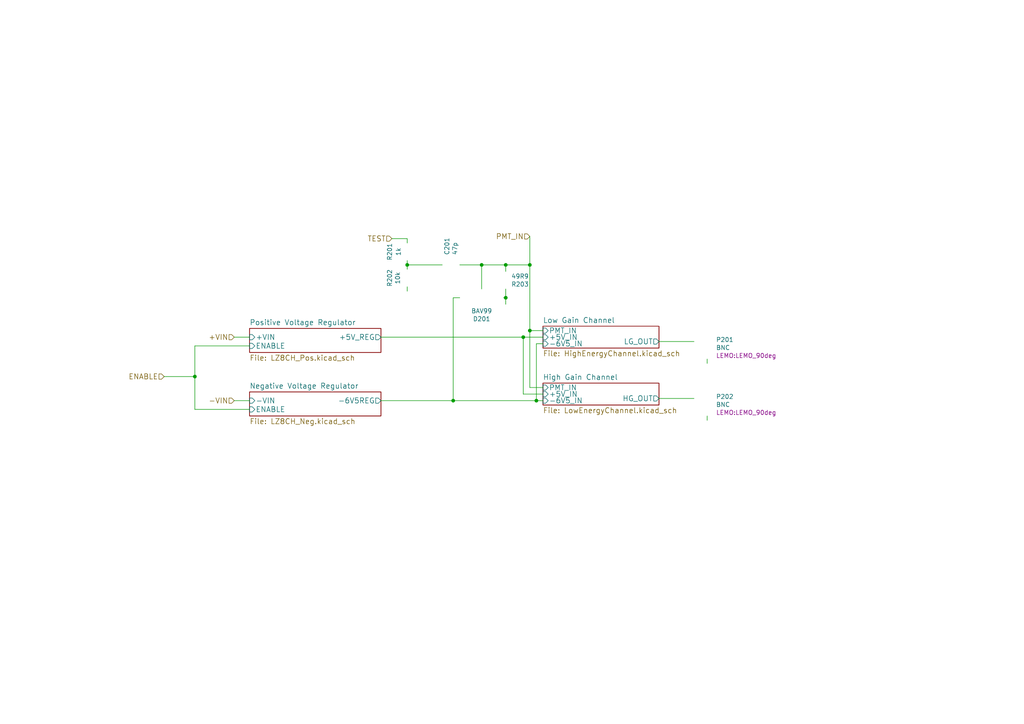
<source format=kicad_sch>
(kicad_sch
	(version 20250114)
	(generator "eeschema")
	(generator_version "9.0")
	(uuid "b32ac499-0379-460c-b992-001f22679a86")
	(paper "A4")
	(title_block
		(title "LZ 8 Channel Amplifier")
		(date "2017-09-10")
		(rev "5")
		(company "UC Davis / Seth Hillbrand")
	)
	(lib_symbols)
	(junction
		(at 151.765 97.79)
		(diameter 0)
		(color 0 0 0 0)
		(uuid "24dc2597-3cdd-4bd9-8484-22a45b03e625")
	)
	(junction
		(at 155.575 116.205)
		(diameter 0)
		(color 0 0 0 0)
		(uuid "295d566d-ac76-48df-8143-f3ff1367be0f")
	)
	(junction
		(at 56.515 109.22)
		(diameter 0)
		(color 0 0 0 0)
		(uuid "444cd042-f86d-4d70-b7f2-825447f09d05")
	)
	(junction
		(at 118.11 76.835)
		(diameter 0)
		(color 0 0 0 0)
		(uuid "756521b5-b2aa-4566-ac87-e2cd3a8bd247")
	)
	(junction
		(at 153.67 95.885)
		(diameter 0)
		(color 0 0 0 0)
		(uuid "b66cb2ba-0514-4838-955e-4f13dc0cec18")
	)
	(junction
		(at 131.445 116.205)
		(diameter 0)
		(color 0 0 0 0)
		(uuid "bc446250-a100-474e-9fc8-1eb1e0373b0c")
	)
	(junction
		(at 139.7 76.835)
		(diameter 0)
		(color 0 0 0 0)
		(uuid "be892537-c29e-4bbb-a122-cdfe77f73ab8")
	)
	(junction
		(at 153.67 76.835)
		(diameter 0)
		(color 0 0 0 0)
		(uuid "c7c0df5f-d19f-400d-a9be-8d1c405538ef")
	)
	(junction
		(at 146.685 76.835)
		(diameter 0)
		(color 0 0 0 0)
		(uuid "d8cbf8b8-ebb6-49ed-8998-25a673bbf6c5")
	)
	(junction
		(at 146.685 86.36)
		(diameter 0)
		(color 0 0 0 0)
		(uuid "f3a88e80-869d-44e6-b3dc-a95c146abde2")
	)
	(wire
		(pts
			(xy 72.39 100.33) (xy 56.515 100.33)
		)
		(stroke
			(width 0)
			(type default)
		)
		(uuid "0e745a75-ba6b-4931-9ae2-b702911dd2c5")
	)
	(wire
		(pts
			(xy 133.35 76.835) (xy 139.7 76.835)
		)
		(stroke
			(width 0)
			(type default)
		)
		(uuid "0fc03b17-1cbb-4ef1-b821-70571ddd348a")
	)
	(wire
		(pts
			(xy 151.765 114.3) (xy 151.765 97.79)
		)
		(stroke
			(width 0)
			(type default)
		)
		(uuid "22823512-90bd-4802-9d69-0dc6a57b7b9f")
	)
	(wire
		(pts
			(xy 139.7 76.835) (xy 139.7 83.82)
		)
		(stroke
			(width 0)
			(type default)
		)
		(uuid "24305ff9-4904-469b-81e5-b1ed9dc0a01b")
	)
	(wire
		(pts
			(xy 157.48 99.695) (xy 155.575 99.695)
		)
		(stroke
			(width 0)
			(type default)
		)
		(uuid "24b5a832-da23-4c8a-85ae-ffe11c6c9ca9")
	)
	(wire
		(pts
			(xy 118.11 70.485) (xy 118.11 69.215)
		)
		(stroke
			(width 0)
			(type default)
		)
		(uuid "2bd7ee20-a017-4250-9453-7e70d4e58bd5")
	)
	(wire
		(pts
			(xy 191.135 115.57) (xy 201.295 115.57)
		)
		(stroke
			(width 0)
			(type default)
		)
		(uuid "2f7f5f65-a969-45de-9f60-9cdb73e1e3e3")
	)
	(wire
		(pts
			(xy 146.685 86.36) (xy 146.685 88.265)
		)
		(stroke
			(width 0)
			(type default)
		)
		(uuid "31d98c37-fdc1-495e-8786-8000f2e43c80")
	)
	(wire
		(pts
			(xy 56.515 100.33) (xy 56.515 109.22)
		)
		(stroke
			(width 0)
			(type default)
		)
		(uuid "370a32cc-b6e5-49ab-b38f-7df50ea4c246")
	)
	(wire
		(pts
			(xy 56.515 109.22) (xy 56.515 118.745)
		)
		(stroke
			(width 0)
			(type default)
		)
		(uuid "394cd928-c95d-4d16-aa46-43afb87a3d8a")
	)
	(wire
		(pts
			(xy 131.445 116.205) (xy 155.575 116.205)
		)
		(stroke
			(width 0)
			(type default)
		)
		(uuid "43a4450f-f414-416f-bc40-708cd554a021")
	)
	(wire
		(pts
			(xy 153.67 76.835) (xy 153.67 95.885)
		)
		(stroke
			(width 0)
			(type default)
		)
		(uuid "43c9199e-d5a7-4a73-961b-f6d2323fa725")
	)
	(wire
		(pts
			(xy 118.11 75.565) (xy 118.11 76.835)
		)
		(stroke
			(width 0)
			(type default)
		)
		(uuid "54ac5579-b971-4f41-b825-2792f93954d3")
	)
	(wire
		(pts
			(xy 146.685 86.36) (xy 146.05 86.36)
		)
		(stroke
			(width 0)
			(type default)
		)
		(uuid "5b3ec851-b50f-4edd-8031-37cbb0c770df")
	)
	(wire
		(pts
			(xy 118.11 84.455) (xy 118.11 83.185)
		)
		(stroke
			(width 0)
			(type default)
		)
		(uuid "61dd5cff-98c6-4c09-8212-0d16b8cb9cae")
	)
	(wire
		(pts
			(xy 205.105 105.41) (xy 205.105 104.14)
		)
		(stroke
			(width 0)
			(type default)
		)
		(uuid "63e840dc-f146-474b-8805-181bd2a3661b")
	)
	(wire
		(pts
			(xy 72.39 116.205) (xy 67.945 116.205)
		)
		(stroke
			(width 0)
			(type default)
		)
		(uuid "731e7b47-d9f3-4456-999a-17b7c6d23036")
	)
	(wire
		(pts
			(xy 110.49 97.79) (xy 151.765 97.79)
		)
		(stroke
			(width 0)
			(type default)
		)
		(uuid "7321faa6-100d-407f-8358-652ee680c4a0")
	)
	(wire
		(pts
			(xy 56.515 118.745) (xy 72.39 118.745)
		)
		(stroke
			(width 0)
			(type default)
		)
		(uuid "75877171-0730-486c-93ac-7140f8ba42f4")
	)
	(wire
		(pts
			(xy 131.445 86.36) (xy 133.35 86.36)
		)
		(stroke
			(width 0)
			(type default)
		)
		(uuid "8281d303-d0aa-4842-a1b9-59dc367ec2db")
	)
	(wire
		(pts
			(xy 72.39 97.79) (xy 67.945 97.79)
		)
		(stroke
			(width 0)
			(type default)
		)
		(uuid "912f0c39-ff29-438e-a5a5-fa18b24c6826")
	)
	(wire
		(pts
			(xy 56.515 109.22) (xy 47.625 109.22)
		)
		(stroke
			(width 0)
			(type default)
		)
		(uuid "91bb6151-7a60-4646-9f57-49b236ad1ebf")
	)
	(wire
		(pts
			(xy 146.685 78.74) (xy 146.685 76.835)
		)
		(stroke
			(width 0)
			(type default)
		)
		(uuid "9b1fbaf3-5d60-44c2-95f5-66ed4d7f7f85")
	)
	(wire
		(pts
			(xy 118.11 76.835) (xy 118.11 78.105)
		)
		(stroke
			(width 0)
			(type default)
		)
		(uuid "a2647191-873b-4050-ad35-d9aeaccbebee")
	)
	(wire
		(pts
			(xy 139.7 76.835) (xy 146.685 76.835)
		)
		(stroke
			(width 0)
			(type default)
		)
		(uuid "a33152c5-ab18-414f-bc29-c2811c8829b6")
	)
	(wire
		(pts
			(xy 155.575 116.205) (xy 157.48 116.205)
		)
		(stroke
			(width 0)
			(type default)
		)
		(uuid "a84acbdc-103c-4d3a-8eee-7a8f8e503108")
	)
	(wire
		(pts
			(xy 146.685 83.82) (xy 146.685 86.36)
		)
		(stroke
			(width 0)
			(type default)
		)
		(uuid "a9190fc9-ebd3-4e3c-baa4-7c268bff5000")
	)
	(wire
		(pts
			(xy 153.67 68.58) (xy 153.67 76.835)
		)
		(stroke
			(width 0)
			(type default)
		)
		(uuid "af5c5d88-d789-475e-8b68-12ea0f1da603")
	)
	(wire
		(pts
			(xy 155.575 99.695) (xy 155.575 116.205)
		)
		(stroke
			(width 0)
			(type default)
		)
		(uuid "b0e09dec-6820-4347-b28d-309b6dfcb869")
	)
	(wire
		(pts
			(xy 131.445 116.205) (xy 131.445 86.36)
		)
		(stroke
			(width 0)
			(type default)
		)
		(uuid "b82c88ed-58bf-4cd8-a68d-b04a3f126fbe")
	)
	(wire
		(pts
			(xy 157.48 114.3) (xy 151.765 114.3)
		)
		(stroke
			(width 0)
			(type default)
		)
		(uuid "bbc3550a-6ea9-4799-874e-5d8c345770f4")
	)
	(wire
		(pts
			(xy 205.105 121.92) (xy 205.105 120.65)
		)
		(stroke
			(width 0)
			(type default)
		)
		(uuid "c6ed2cdd-659b-4e1f-b10b-c8389a09f61d")
	)
	(wire
		(pts
			(xy 118.11 69.215) (xy 113.665 69.215)
		)
		(stroke
			(width 0)
			(type default)
		)
		(uuid "c7d024c1-55d5-42a4-9490-51b31bcebd8c")
	)
	(wire
		(pts
			(xy 153.67 95.885) (xy 157.48 95.885)
		)
		(stroke
			(width 0)
			(type default)
		)
		(uuid "ca722241-2121-4939-8191-d338e1fb09b3")
	)
	(wire
		(pts
			(xy 151.765 97.79) (xy 157.48 97.79)
		)
		(stroke
			(width 0)
			(type default)
		)
		(uuid "cfbe7c57-c1ac-4e88-9dad-83f42f5b1d05")
	)
	(wire
		(pts
			(xy 191.135 99.06) (xy 201.295 99.06)
		)
		(stroke
			(width 0)
			(type default)
		)
		(uuid "d29c80f7-06ce-49ce-829f-03abbb860381")
	)
	(wire
		(pts
			(xy 153.67 112.395) (xy 157.48 112.395)
		)
		(stroke
			(width 0)
			(type default)
		)
		(uuid "d4681039-6024-4f0a-a8f0-1b238a427c85")
	)
	(wire
		(pts
			(xy 128.27 76.835) (xy 118.11 76.835)
		)
		(stroke
			(width 0)
			(type default)
		)
		(uuid "d732d002-6e0b-4752-b6fa-674af3d97f2e")
	)
	(wire
		(pts
			(xy 153.67 95.885) (xy 153.67 112.395)
		)
		(stroke
			(width 0)
			(type default)
		)
		(uuid "e3d6eef0-2664-44bb-980f-2c2261e83279")
	)
	(wire
		(pts
			(xy 146.685 76.835) (xy 153.67 76.835)
		)
		(stroke
			(width 0)
			(type default)
		)
		(uuid "ee026ade-a9d2-4dca-9eff-3b0db90a59e6")
	)
	(wire
		(pts
			(xy 110.49 116.205) (xy 131.445 116.205)
		)
		(stroke
			(width 0)
			(type default)
		)
		(uuid "f10a7595-0317-469a-ae72-8517d3aee7c1")
	)
	(hierarchical_label "ENABLE"
		(shape input)
		(at 47.625 109.22 180)
		(effects
			(font
				(size 1.524 1.524)
			)
			(justify right)
		)
		(uuid "3f3f2839-c82a-44d1-8d98-fd9cd68f0ff4")
	)
	(hierarchical_label "+VIN"
		(shape input)
		(at 67.945 97.79 180)
		(effects
			(font
				(size 1.524 1.524)
			)
			(justify right)
		)
		(uuid "501567e4-ecdf-4d4b-9e3a-ebf8e914e259")
	)
	(hierarchical_label "-VIN"
		(shape input)
		(at 67.945 116.205 180)
		(effects
			(font
				(size 1.524 1.524)
			)
			(justify right)
		)
		(uuid "9d680ca2-8224-4509-b7d1-91b94e41afb2")
	)
	(hierarchical_label "PMT_IN"
		(shape input)
		(at 153.67 68.58 180)
		(effects
			(font
				(size 1.524 1.524)
			)
			(justify right)
		)
		(uuid "d2ee48b1-bfc7-4b63-b6f1-84f9e4db598c")
	)
	(hierarchical_label "TEST"
		(shape input)
		(at 113.665 69.215 180)
		(effects
			(font
				(size 1.524 1.524)
			)
			(justify right)
		)
		(uuid "dc87b2cb-ff72-4bac-88f0-44b48a487283")
	)
	(symbol
		(lib_id "conn1:CONN_COAXIAL")
		(at 205.105 115.57 0)
		(unit 1)
		(exclude_from_sim no)
		(in_bom yes)
		(on_board yes)
		(dnp no)
		(uuid "00000000-0000-0000-0000-000057c0ccd8")
		(property "Reference" "P202"
			(at 207.6704 115.0366 0)
			(effects
				(font
					(size 1.27 1.27)
				)
				(justify left)
			)
		)
		(property "Value" "BNC"
			(at 207.6704 117.348 0)
			(effects
				(font
					(size 1.27 1.27)
				)
				(justify left)
			)
		)
		(property "Footprint" "LEMO:LEMO_90deg"
			(at 207.6704 119.6594 0)
			(effects
				(font
					(size 1.27 1.27)
				)
				(justify left)
			)
		)
		(property "Datasheet" "http://www.lemo.com/pdf/EPS.00.250.NTN.pdf"
			(at 205.105 115.57 0)
			(effects
				(font
					(size 1.27 1.27)
				)
				(hide yes)
			)
		)
		(property "Description" ""
			(at 205.105 115.57 0)
			(effects
				(font
					(size 1.27 1.27)
				)
			)
		)
		(property "mpn" "EPS.00.250.NTN"
			(at 205.105 115.57 0)
			(effects
				(font
					(size 1.524 1.524)
				)
				(hide yes)
			)
		)
		(property "digikey#" "1124-1357-ND"
			(at 205.105 115.57 0)
			(effects
				(font
					(size 1.524 1.524)
				)
				(hide yes)
			)
		)
		(instances
			(project ""
				(path "/f89efb00-3378-4f88-9ec9-2a1aa21f73ef/00000000-0000-0000-0000-000057c01ceb"
					(reference "P202")
					(unit 1)
				)
				(path "/f89efb00-3378-4f88-9ec9-2a1aa21f73ef/00000000-0000-0000-0000-000057e99ccf"
					(reference "P702")
					(unit 1)
				)
				(path "/f89efb00-3378-4f88-9ec9-2a1aa21f73ef/00000000-0000-0000-0000-000057e9a2f9"
					(reference "P1202")
					(unit 1)
				)
				(path "/f89efb00-3378-4f88-9ec9-2a1aa21f73ef/00000000-0000-0000-0000-000057e9a2ff"
					(reference "P1702")
					(unit 1)
				)
				(path "/f89efb00-3378-4f88-9ec9-2a1aa21f73ef/00000000-0000-0000-0000-000057e9b5b0"
					(reference "P2202")
					(unit 1)
				)
				(path "/f89efb00-3378-4f88-9ec9-2a1aa21f73ef/00000000-0000-0000-0000-000057e9b5b6"
					(reference "P2702")
					(unit 1)
				)
				(path "/f89efb00-3378-4f88-9ec9-2a1aa21f73ef/00000000-0000-0000-0000-000057e9b5bc"
					(reference "P3202")
					(unit 1)
				)
				(path "/f89efb00-3378-4f88-9ec9-2a1aa21f73ef/00000000-0000-0000-0000-000057e9b5c2"
					(reference "P3702")
					(unit 1)
				)
			)
		)
	)
	(symbol
		(lib_id "conn1:CONN_COAXIAL")
		(at 205.105 99.06 0)
		(unit 1)
		(exclude_from_sim no)
		(in_bom yes)
		(on_board yes)
		(dnp no)
		(uuid "00000000-0000-0000-0000-000057c0ccdf")
		(property "Reference" "P201"
			(at 207.6704 98.5266 0)
			(effects
				(font
					(size 1.27 1.27)
				)
				(justify left)
			)
		)
		(property "Value" "BNC"
			(at 207.6704 100.838 0)
			(effects
				(font
					(size 1.27 1.27)
				)
				(justify left)
			)
		)
		(property "Footprint" "LEMO:LEMO_90deg"
			(at 207.6704 103.1494 0)
			(effects
				(font
					(size 1.27 1.27)
				)
				(justify left)
			)
		)
		(property "Datasheet" "http://www.lemo.com/pdf/EPS.00.250.NTN.pdf"
			(at 205.105 99.06 0)
			(effects
				(font
					(size 1.27 1.27)
				)
				(hide yes)
			)
		)
		(property "Description" ""
			(at 205.105 99.06 0)
			(effects
				(font
					(size 1.27 1.27)
				)
			)
		)
		(property "mpn" "EPS.00.250.NTN"
			(at 205.105 99.06 0)
			(effects
				(font
					(size 1.524 1.524)
				)
				(hide yes)
			)
		)
		(property "digikey#" "1124-1357-ND"
			(at 205.105 99.06 0)
			(effects
				(font
					(size 1.524 1.524)
				)
				(hide yes)
			)
		)
		(instances
			(project ""
				(path "/f89efb00-3378-4f88-9ec9-2a1aa21f73ef/00000000-0000-0000-0000-000057c01ceb"
					(reference "P201")
					(unit 1)
				)
				(path "/f89efb00-3378-4f88-9ec9-2a1aa21f73ef/00000000-0000-0000-0000-000057e99ccf"
					(reference "P701")
					(unit 1)
				)
				(path "/f89efb00-3378-4f88-9ec9-2a1aa21f73ef/00000000-0000-0000-0000-000057e9a2f9"
					(reference "P1201")
					(unit 1)
				)
				(path "/f89efb00-3378-4f88-9ec9-2a1aa21f73ef/00000000-0000-0000-0000-000057e9a2ff"
					(reference "P1701")
					(unit 1)
				)
				(path "/f89efb00-3378-4f88-9ec9-2a1aa21f73ef/00000000-0000-0000-0000-000057e9b5b0"
					(reference "P2201")
					(unit 1)
				)
				(path "/f89efb00-3378-4f88-9ec9-2a1aa21f73ef/00000000-0000-0000-0000-000057e9b5b6"
					(reference "P2701")
					(unit 1)
				)
				(path "/f89efb00-3378-4f88-9ec9-2a1aa21f73ef/00000000-0000-0000-0000-000057e9b5bc"
					(reference "P3201")
					(unit 1)
				)
				(path "/f89efb00-3378-4f88-9ec9-2a1aa21f73ef/00000000-0000-0000-0000-000057e9b5c2"
					(reference "P3701")
					(unit 1)
				)
			)
		)
	)
	(symbol
		(lib_id "power1:(GND)")
		(at 205.105 121.92 0)
		(unit 1)
		(exclude_from_sim no)
		(in_bom yes)
		(on_board yes)
		(dnp no)
		(uuid "00000000-0000-0000-0000-000057c0cce6")
		(property "Reference" "#PWR01"
			(at 205.105 121.92 0)
			(effects
				(font
					(size 0.762 0.762)
				)
				(hide yes)
			)
		)
		(property "Value" "(GND)"
			(at 205.105 121.92 0)
			(effects
				(font
					(size 0.762 0.762)
				)
				(hide yes)
			)
		)
		(property "Footprint" ""
			(at 205.105 121.92 0)
			(effects
				(font
					(size 1.524 1.524)
				)
			)
		)
		(property "Datasheet" ""
			(at 205.105 121.92 0)
			(effects
				(font
					(size 1.524 1.524)
				)
			)
		)
		(property "Description" ""
			(at 205.105 121.92 0)
			(effects
				(font
					(size 1.27 1.27)
				)
			)
		)
		(instances
			(project ""
				(path "/f89efb00-3378-4f88-9ec9-2a1aa21f73ef/00000000-0000-0000-0000-000057c01ceb"
					(reference "#PWR01")
					(unit 1)
				)
				(path "/f89efb00-3378-4f88-9ec9-2a1aa21f73ef/00000000-0000-0000-0000-000057e99ccf"
					(reference "#PWR041")
					(unit 1)
				)
				(path "/f89efb00-3378-4f88-9ec9-2a1aa21f73ef/00000000-0000-0000-0000-000057e9a2f9"
					(reference "#PWR081")
					(unit 1)
				)
				(path "/f89efb00-3378-4f88-9ec9-2a1aa21f73ef/00000000-0000-0000-0000-000057e9a2ff"
					(reference "#PWR0121")
					(unit 1)
				)
				(path "/f89efb00-3378-4f88-9ec9-2a1aa21f73ef/00000000-0000-0000-0000-000057e9b5b0"
					(reference "#PWR0161")
					(unit 1)
				)
				(path "/f89efb00-3378-4f88-9ec9-2a1aa21f73ef/00000000-0000-0000-0000-000057e9b5b6"
					(reference "#PWR0201")
					(unit 1)
				)
				(path "/f89efb00-3378-4f88-9ec9-2a1aa21f73ef/00000000-0000-0000-0000-000057e9b5bc"
					(reference "#PWR0241")
					(unit 1)
				)
				(path "/f89efb00-3378-4f88-9ec9-2a1aa21f73ef/00000000-0000-0000-0000-000057e9b5c2"
					(reference "#PWR0281")
					(unit 1)
				)
			)
		)
	)
	(symbol
		(lib_id "power1:(GND)")
		(at 205.105 105.41 0)
		(unit 1)
		(exclude_from_sim no)
		(in_bom yes)
		(on_board yes)
		(dnp no)
		(uuid "00000000-0000-0000-0000-000057c0cced")
		(property "Reference" "#PWR02"
			(at 205.105 105.41 0)
			(effects
				(font
					(size 0.762 0.762)
				)
				(hide yes)
			)
		)
		(property "Value" "(GND)"
			(at 205.105 105.41 0)
			(effects
				(font
					(size 0.762 0.762)
				)
				(hide yes)
			)
		)
		(property "Footprint" ""
			(at 205.105 105.41 0)
			(effects
				(font
					(size 1.524 1.524)
				)
			)
		)
		(property "Datasheet" ""
			(at 205.105 105.41 0)
			(effects
				(font
					(size 1.524 1.524)
				)
			)
		)
		(property "Description" ""
			(at 205.105 105.41 0)
			(effects
				(font
					(size 1.27 1.27)
				)
			)
		)
		(instances
			(project ""
				(path "/f89efb00-3378-4f88-9ec9-2a1aa21f73ef/00000000-0000-0000-0000-000057c01ceb"
					(reference "#PWR02")
					(unit 1)
				)
				(path "/f89efb00-3378-4f88-9ec9-2a1aa21f73ef/00000000-0000-0000-0000-000057e99ccf"
					(reference "#PWR042")
					(unit 1)
				)
				(path "/f89efb00-3378-4f88-9ec9-2a1aa21f73ef/00000000-0000-0000-0000-000057e9a2f9"
					(reference "#PWR082")
					(unit 1)
				)
				(path "/f89efb00-3378-4f88-9ec9-2a1aa21f73ef/00000000-0000-0000-0000-000057e9a2ff"
					(reference "#PWR0122")
					(unit 1)
				)
				(path "/f89efb00-3378-4f88-9ec9-2a1aa21f73ef/00000000-0000-0000-0000-000057e9b5b0"
					(reference "#PWR0162")
					(unit 1)
				)
				(path "/f89efb00-3378-4f88-9ec9-2a1aa21f73ef/00000000-0000-0000-0000-000057e9b5b6"
					(reference "#PWR0202")
					(unit 1)
				)
				(path "/f89efb00-3378-4f88-9ec9-2a1aa21f73ef/00000000-0000-0000-0000-000057e9b5bc"
					(reference "#PWR0242")
					(unit 1)
				)
				(path "/f89efb00-3378-4f88-9ec9-2a1aa21f73ef/00000000-0000-0000-0000-000057e9b5c2"
					(reference "#PWR0282")
					(unit 1)
				)
			)
		)
	)
	(symbol
		(lib_id "_semi:DIODE-SERIES")
		(at 139.7 86.36 0)
		(unit 1)
		(exclude_from_sim no)
		(in_bom yes)
		(on_board yes)
		(dnp no)
		(uuid "00000000-0000-0000-0000-000057e64544")
		(property "Reference" "D201"
			(at 139.7 92.5068 0)
			(effects
				(font
					(size 1.27 1.27)
				)
			)
		)
		(property "Value" "BAV99"
			(at 139.7 90.1954 0)
			(effects
				(font
					(size 1.27 1.27)
				)
			)
		)
		(property "Footprint" "TO_SOT_Packages_SMD:SOT-23"
			(at 138.43 86.36 90)
			(effects
				(font
					(size 1.524 1.524)
				)
				(hide yes)
			)
		)
		(property "Datasheet" "http://www.onsemi.com/pub/Collateral/BAV99LT1-D.PDF"
			(at 138.43 86.36 90)
			(effects
				(font
					(size 1.524 1.524)
				)
				(hide yes)
			)
		)
		(property "Description" ""
			(at 139.7 86.36 0)
			(effects
				(font
					(size 1.27 1.27)
				)
			)
		)
		(property "mpn" "BAV99LT1G"
			(at 139.7 86.36 0)
			(effects
				(font
					(size 1.524 1.524)
				)
				(hide yes)
			)
		)
		(property "digikey#" "BAV99LT1GOSCT-ND"
			(at 139.7 86.36 0)
			(effects
				(font
					(size 1.524 1.524)
				)
				(hide yes)
			)
		)
		(instances
			(project ""
				(path "/f89efb00-3378-4f88-9ec9-2a1aa21f73ef/00000000-0000-0000-0000-000057c01ceb"
					(reference "D201")
					(unit 1)
				)
				(path "/f89efb00-3378-4f88-9ec9-2a1aa21f73ef/00000000-0000-0000-0000-000057e99ccf"
					(reference "D701")
					(unit 1)
				)
				(path "/f89efb00-3378-4f88-9ec9-2a1aa21f73ef/00000000-0000-0000-0000-000057e9a2f9"
					(reference "D1201")
					(unit 1)
				)
				(path "/f89efb00-3378-4f88-9ec9-2a1aa21f73ef/00000000-0000-0000-0000-000057e9a2ff"
					(reference "D1701")
					(unit 1)
				)
				(path "/f89efb00-3378-4f88-9ec9-2a1aa21f73ef/00000000-0000-0000-0000-000057e9b5b0"
					(reference "D2201")
					(unit 1)
				)
				(path "/f89efb00-3378-4f88-9ec9-2a1aa21f73ef/00000000-0000-0000-0000-000057e9b5b6"
					(reference "D2701")
					(unit 1)
				)
				(path "/f89efb00-3378-4f88-9ec9-2a1aa21f73ef/00000000-0000-0000-0000-000057e9b5bc"
					(reference "D3201")
					(unit 1)
				)
				(path "/f89efb00-3378-4f88-9ec9-2a1aa21f73ef/00000000-0000-0000-0000-000057e9b5c2"
					(reference "D3701")
					(unit 1)
				)
			)
		)
	)
	(symbol
		(lib_id "power1:(GND)")
		(at 146.685 88.265 0)
		(unit 1)
		(exclude_from_sim no)
		(in_bom yes)
		(on_board yes)
		(dnp no)
		(uuid "00000000-0000-0000-0000-000057e64707")
		(property "Reference" "#PWR03"
			(at 146.685 88.265 0)
			(effects
				(font
					(size 0.762 0.762)
				)
				(hide yes)
			)
		)
		(property "Value" "(GND)"
			(at 146.685 88.265 0)
			(effects
				(font
					(size 0.762 0.762)
				)
				(hide yes)
			)
		)
		(property "Footprint" ""
			(at 146.685 88.265 0)
			(effects
				(font
					(size 1.524 1.524)
				)
			)
		)
		(property "Datasheet" ""
			(at 146.685 88.265 0)
			(effects
				(font
					(size 1.524 1.524)
				)
			)
		)
		(property "Description" ""
			(at 146.685 88.265 0)
			(effects
				(font
					(size 1.27 1.27)
				)
			)
		)
		(instances
			(project ""
				(path "/f89efb00-3378-4f88-9ec9-2a1aa21f73ef/00000000-0000-0000-0000-000057c01ceb"
					(reference "#PWR03")
					(unit 1)
				)
				(path "/f89efb00-3378-4f88-9ec9-2a1aa21f73ef/00000000-0000-0000-0000-000057e99ccf"
					(reference "#PWR043")
					(unit 1)
				)
				(path "/f89efb00-3378-4f88-9ec9-2a1aa21f73ef/00000000-0000-0000-0000-000057e9a2f9"
					(reference "#PWR083")
					(unit 1)
				)
				(path "/f89efb00-3378-4f88-9ec9-2a1aa21f73ef/00000000-0000-0000-0000-000057e9a2ff"
					(reference "#PWR0123")
					(unit 1)
				)
				(path "/f89efb00-3378-4f88-9ec9-2a1aa21f73ef/00000000-0000-0000-0000-000057e9b5b0"
					(reference "#PWR0163")
					(unit 1)
				)
				(path "/f89efb00-3378-4f88-9ec9-2a1aa21f73ef/00000000-0000-0000-0000-000057e9b5b6"
					(reference "#PWR0203")
					(unit 1)
				)
				(path "/f89efb00-3378-4f88-9ec9-2a1aa21f73ef/00000000-0000-0000-0000-000057e9b5bc"
					(reference "#PWR0243")
					(unit 1)
				)
				(path "/f89efb00-3378-4f88-9ec9-2a1aa21f73ef/00000000-0000-0000-0000-000057e9b5c2"
					(reference "#PWR0283")
					(unit 1)
				)
			)
		)
	)
	(symbol
		(lib_id "power1:(GND)")
		(at 118.11 84.455 0)
		(unit 1)
		(exclude_from_sim no)
		(in_bom yes)
		(on_board yes)
		(dnp no)
		(uuid "00000000-0000-0000-0000-000057e65a4c")
		(property "Reference" "#PWR04"
			(at 118.11 84.455 0)
			(effects
				(font
					(size 0.762 0.762)
				)
				(hide yes)
			)
		)
		(property "Value" "(GND)"
			(at 118.11 84.455 0)
			(effects
				(font
					(size 0.762 0.762)
				)
				(hide yes)
			)
		)
		(property "Footprint" ""
			(at 118.11 84.455 0)
			(effects
				(font
					(size 1.524 1.524)
				)
			)
		)
		(property "Datasheet" ""
			(at 118.11 84.455 0)
			(effects
				(font
					(size 1.524 1.524)
				)
			)
		)
		(property "Description" ""
			(at 118.11 84.455 0)
			(effects
				(font
					(size 1.27 1.27)
				)
			)
		)
		(instances
			(project ""
				(path "/f89efb00-3378-4f88-9ec9-2a1aa21f73ef/00000000-0000-0000-0000-000057c01ceb"
					(reference "#PWR04")
					(unit 1)
				)
				(path "/f89efb00-3378-4f88-9ec9-2a1aa21f73ef/00000000-0000-0000-0000-000057e99ccf"
					(reference "#PWR044")
					(unit 1)
				)
				(path "/f89efb00-3378-4f88-9ec9-2a1aa21f73ef/00000000-0000-0000-0000-000057e9a2f9"
					(reference "#PWR084")
					(unit 1)
				)
				(path "/f89efb00-3378-4f88-9ec9-2a1aa21f73ef/00000000-0000-0000-0000-000057e9a2ff"
					(reference "#PWR0124")
					(unit 1)
				)
				(path "/f89efb00-3378-4f88-9ec9-2a1aa21f73ef/00000000-0000-0000-0000-000057e9b5b0"
					(reference "#PWR0164")
					(unit 1)
				)
				(path "/f89efb00-3378-4f88-9ec9-2a1aa21f73ef/00000000-0000-0000-0000-000057e9b5b6"
					(reference "#PWR0204")
					(unit 1)
				)
				(path "/f89efb00-3378-4f88-9ec9-2a1aa21f73ef/00000000-0000-0000-0000-000057e9b5bc"
					(reference "#PWR0244")
					(unit 1)
				)
				(path "/f89efb00-3378-4f88-9ec9-2a1aa21f73ef/00000000-0000-0000-0000-000057e9b5c2"
					(reference "#PWR0284")
					(unit 1)
				)
			)
		)
	)
	(symbol
		(lib_id "pcb:TESTPOINT")
		(at 119.38 116.205 0)
		(unit 1)
		(exclude_from_sim no)
		(in_bom yes)
		(on_board yes)
		(dnp no)
		(uuid "00000000-0000-0000-0000-000058190474")
		(property "Reference" "TP202"
			(at 120.904 113.1316 0)
			(effects
				(font
					(size 1.27 1.27)
				)
				(justify left)
			)
		)
		(property "Value" "TESTPOINT"
			(at 120.904 115.4938 0)
			(effects
				(font
					(size 1.27 1.27)
				)
				(justify left)
			)
		)
		(property "Footprint" "Measurement_Points:Measurement_Point_Round-TH_Small"
			(at 119.38 116.205 0)
			(effects
				(font
					(size 1.27 1.27)
				)
				(hide yes)
			)
		)
		(property "Datasheet" ""
			(at 119.38 116.205 0)
			(effects
				(font
					(size 1.27 1.27)
				)
			)
		)
		(property "Description" ""
			(at 119.38 116.205 0)
			(effects
				(font
					(size 1.27 1.27)
				)
			)
		)
		(instances
			(project ""
				(path "/f89efb00-3378-4f88-9ec9-2a1aa21f73ef/00000000-0000-0000-0000-000057c01ceb"
					(reference "TP202")
					(unit 1)
				)
				(path "/f89efb00-3378-4f88-9ec9-2a1aa21f73ef/00000000-0000-0000-0000-000057e99ccf"
					(reference "TP702")
					(unit 1)
				)
				(path "/f89efb00-3378-4f88-9ec9-2a1aa21f73ef/00000000-0000-0000-0000-000057e9a2f9"
					(reference "TP1202")
					(unit 1)
				)
				(path "/f89efb00-3378-4f88-9ec9-2a1aa21f73ef/00000000-0000-0000-0000-000057e9a2ff"
					(reference "TP1702")
					(unit 1)
				)
				(path "/f89efb00-3378-4f88-9ec9-2a1aa21f73ef/00000000-0000-0000-0000-000057e9b5b0"
					(reference "TP2202")
					(unit 1)
				)
				(path "/f89efb00-3378-4f88-9ec9-2a1aa21f73ef/00000000-0000-0000-0000-000057e9b5b6"
					(reference "TP2702")
					(unit 1)
				)
				(path "/f89efb00-3378-4f88-9ec9-2a1aa21f73ef/00000000-0000-0000-0000-000057e9b5bc"
					(reference "TP3202")
					(unit 1)
				)
				(path "/f89efb00-3378-4f88-9ec9-2a1aa21f73ef/00000000-0000-0000-0000-000057e9b5c2"
					(reference "TP3702")
					(unit 1)
				)
			)
		)
	)
	(symbol
		(lib_id "pcb:TESTPOINT")
		(at 119.38 97.79 0)
		(unit 1)
		(exclude_from_sim no)
		(in_bom yes)
		(on_board yes)
		(dnp no)
		(uuid "00000000-0000-0000-0000-0000581905e3")
		(property "Reference" "TP201"
			(at 120.904 94.7166 0)
			(effects
				(font
					(size 1.27 1.27)
				)
				(justify left)
			)
		)
		(property "Value" "TESTPOINT"
			(at 120.904 97.0788 0)
			(effects
				(font
					(size 1.27 1.27)
				)
				(justify left)
			)
		)
		(property "Footprint" "Measurement_Points:Measurement_Point_Round-TH_Small"
			(at 119.38 97.79 0)
			(effects
				(font
					(size 1.27 1.27)
				)
				(hide yes)
			)
		)
		(property "Datasheet" ""
			(at 119.38 97.79 0)
			(effects
				(font
					(size 1.27 1.27)
				)
			)
		)
		(property "Description" ""
			(at 119.38 97.79 0)
			(effects
				(font
					(size 1.27 1.27)
				)
			)
		)
		(instances
			(project ""
				(path "/f89efb00-3378-4f88-9ec9-2a1aa21f73ef/00000000-0000-0000-0000-000057c01ceb"
					(reference "TP201")
					(unit 1)
				)
				(path "/f89efb00-3378-4f88-9ec9-2a1aa21f73ef/00000000-0000-0000-0000-000057e99ccf"
					(reference "TP701")
					(unit 1)
				)
				(path "/f89efb00-3378-4f88-9ec9-2a1aa21f73ef/00000000-0000-0000-0000-000057e9a2f9"
					(reference "TP1201")
					(unit 1)
				)
				(path "/f89efb00-3378-4f88-9ec9-2a1aa21f73ef/00000000-0000-0000-0000-000057e9a2ff"
					(reference "TP1701")
					(unit 1)
				)
				(path "/f89efb00-3378-4f88-9ec9-2a1aa21f73ef/00000000-0000-0000-0000-000057e9b5b0"
					(reference "TP2201")
					(unit 1)
				)
				(path "/f89efb00-3378-4f88-9ec9-2a1aa21f73ef/00000000-0000-0000-0000-000057e9b5b6"
					(reference "TP2701")
					(unit 1)
				)
				(path "/f89efb00-3378-4f88-9ec9-2a1aa21f73ef/00000000-0000-0000-0000-000057e9b5bc"
					(reference "TP3201")
					(unit 1)
				)
				(path "/f89efb00-3378-4f88-9ec9-2a1aa21f73ef/00000000-0000-0000-0000-000057e9b5c2"
					(reference "TP3701")
					(unit 1)
				)
			)
		)
	)
	(symbol
		(lib_id "pasv-res:R-0402")
		(at 146.685 81.28 0)
		(mirror y)
		(unit 1)
		(exclude_from_sim no)
		(in_bom yes)
		(on_board yes)
		(dnp no)
		(uuid "00000000-0000-0000-0000-0000593ef48a")
		(property "Reference" "R203"
			(at 148.2852 82.4484 0)
			(effects
				(font
					(size 1.27 1.27)
				)
				(justify right)
			)
		)
		(property "Value" "49R9"
			(at 148.2852 80.137 0)
			(effects
				(font
					(size 1.27 1.27)
				)
				(justify right)
			)
		)
		(property "Footprint" "Resistors_SMD:R_0603"
			(at 146.685 81.28 0)
			(effects
				(font
					(size 1.27 1.27)
				)
				(hide yes)
			)
		)
		(property "Datasheet" "https://industrial.panasonic.com/cdbs/www-data/pdf/RDM0000/AOA0000C307.pdf"
			(at 146.685 80.01 0)
			(effects
				(font
					(size 1.524 1.524)
				)
				(hide yes)
			)
		)
		(property "Description" ""
			(at 146.685 81.28 0)
			(effects
				(font
					(size 1.27 1.27)
				)
			)
		)
		(property "mpn" "ERA-3AEB49R9V"
			(at 127.635 67.31 0)
			(effects
				(font
					(size 1.524 1.524)
				)
				(hide yes)
			)
		)
		(property "newark#" ""
			(at 146.685 81.28 0)
			(effects
				(font
					(size 1.524 1.524)
				)
				(hide yes)
			)
		)
		(property "digikey#" "P49.9DBCT-ND"
			(at 293.37 162.56 0)
			(effects
				(font
					(size 1.524 1.524)
				)
				(hide yes)
			)
		)
		(instances
			(project ""
				(path "/f89efb00-3378-4f88-9ec9-2a1aa21f73ef/00000000-0000-0000-0000-000057c01ceb"
					(reference "R203")
					(unit 1)
				)
				(path "/f89efb00-3378-4f88-9ec9-2a1aa21f73ef/00000000-0000-0000-0000-000057e99ccf"
					(reference "R703")
					(unit 1)
				)
				(path "/f89efb00-3378-4f88-9ec9-2a1aa21f73ef/00000000-0000-0000-0000-000057e9a2f9"
					(reference "R1203")
					(unit 1)
				)
				(path "/f89efb00-3378-4f88-9ec9-2a1aa21f73ef/00000000-0000-0000-0000-000057e9a2ff"
					(reference "R1703")
					(unit 1)
				)
				(path "/f89efb00-3378-4f88-9ec9-2a1aa21f73ef/00000000-0000-0000-0000-000057e9b5b0"
					(reference "R2203")
					(unit 1)
				)
				(path "/f89efb00-3378-4f88-9ec9-2a1aa21f73ef/00000000-0000-0000-0000-000057e9b5b6"
					(reference "R2703")
					(unit 1)
				)
				(path "/f89efb00-3378-4f88-9ec9-2a1aa21f73ef/00000000-0000-0000-0000-000057e9b5bc"
					(reference "R3203")
					(unit 1)
				)
				(path "/f89efb00-3378-4f88-9ec9-2a1aa21f73ef/00000000-0000-0000-0000-000057e9b5c2"
					(reference "R3703")
					(unit 1)
				)
				(path "/f89efb00-3378-4f88-9ec9-2a1aa21f73ef/00000000-0000-0000-0000-000057c01ceb/00000000-0000-0000-0000-000057c02f7e"
					(reference "R?")
					(unit 1)
				)
				(path "/f89efb00-3378-4f88-9ec9-2a1aa21f73ef/00000000-0000-0000-0000-000057e99ccf/00000000-0000-0000-0000-000057c02f7e"
					(reference "R?")
					(unit 1)
				)
				(path "/f89efb00-3378-4f88-9ec9-2a1aa21f73ef/00000000-0000-0000-0000-000057e9a2f9/00000000-0000-0000-0000-000057c02f7e"
					(reference "R?")
					(unit 1)
				)
				(path "/f89efb00-3378-4f88-9ec9-2a1aa21f73ef/00000000-0000-0000-0000-000057e9a2ff/00000000-0000-0000-0000-000057c02f7e"
					(reference "R?")
					(unit 1)
				)
				(path "/f89efb00-3378-4f88-9ec9-2a1aa21f73ef/00000000-0000-0000-0000-000057e9b5b0/00000000-0000-0000-0000-000057c02f7e"
					(reference "R?")
					(unit 1)
				)
				(path "/f89efb00-3378-4f88-9ec9-2a1aa21f73ef/00000000-0000-0000-0000-000057e9b5b6/00000000-0000-0000-0000-000057c02f7e"
					(reference "R?")
					(unit 1)
				)
				(path "/f89efb00-3378-4f88-9ec9-2a1aa21f73ef/00000000-0000-0000-0000-000057e9b5bc/00000000-0000-0000-0000-000057c02f7e"
					(reference "R?")
					(unit 1)
				)
				(path "/f89efb00-3378-4f88-9ec9-2a1aa21f73ef/00000000-0000-0000-0000-000057e9b5c2/00000000-0000-0000-0000-000057c02f7e"
					(reference "R?")
					(unit 1)
				)
			)
		)
	)
	(symbol
		(lib_id "pasv-cap:C-0402")
		(at 130.81 76.835 270)
		(unit 1)
		(exclude_from_sim no)
		(in_bom yes)
		(on_board yes)
		(dnp no)
		(uuid "00000000-0000-0000-0000-00005955bddc")
		(property "Reference" "C201"
			(at 129.6416 73.9902 0)
			(effects
				(font
					(size 1.27 1.27)
				)
				(justify right)
			)
		)
		(property "Value" "47p"
			(at 131.953 73.9902 0)
			(effects
				(font
					(size 1.27 1.27)
				)
				(justify right)
			)
		)
		(property "Footprint" "Capacitors_SMD:C_0603"
			(at 130.81 76.835 0)
			(effects
				(font
					(size 1.27 1.27)
				)
				(hide yes)
			)
		)
		(property "Datasheet" "http://datasheets.avx.com/C0GNP0-Dielectric.pdf"
			(at 130.175 76.581 0)
			(effects
				(font
					(size 1.524 1.524)
				)
				(hide yes)
			)
		)
		(property "Description" ""
			(at 130.81 76.835 0)
			(effects
				(font
					(size 1.27 1.27)
				)
			)
		)
		(property "mpn" "06035A470FAT2A"
			(at 144.78 97.155 0)
			(effects
				(font
					(size 1.524 1.524)
				)
				(hide yes)
			)
		)
		(property "digikey#" "478-10320-1-ND"
			(at 130.81 76.835 0)
			(effects
				(font
					(size 1.524 1.524)
				)
				(hide yes)
			)
		)
		(instances
			(project ""
				(path "/f89efb00-3378-4f88-9ec9-2a1aa21f73ef/00000000-0000-0000-0000-000057c01ceb"
					(reference "C201")
					(unit 1)
				)
				(path "/f89efb00-3378-4f88-9ec9-2a1aa21f73ef/00000000-0000-0000-0000-000057e99ccf"
					(reference "C701")
					(unit 1)
				)
				(path "/f89efb00-3378-4f88-9ec9-2a1aa21f73ef/00000000-0000-0000-0000-000057e9a2f9"
					(reference "C1201")
					(unit 1)
				)
				(path "/f89efb00-3378-4f88-9ec9-2a1aa21f73ef/00000000-0000-0000-0000-000057e9a2ff"
					(reference "C1701")
					(unit 1)
				)
				(path "/f89efb00-3378-4f88-9ec9-2a1aa21f73ef/00000000-0000-0000-0000-000057e9b5b0"
					(reference "C2201")
					(unit 1)
				)
				(path "/f89efb00-3378-4f88-9ec9-2a1aa21f73ef/00000000-0000-0000-0000-000057e9b5b6"
					(reference "C2701")
					(unit 1)
				)
				(path "/f89efb00-3378-4f88-9ec9-2a1aa21f73ef/00000000-0000-0000-0000-000057e9b5bc"
					(reference "C3201")
					(unit 1)
				)
				(path "/f89efb00-3378-4f88-9ec9-2a1aa21f73ef/00000000-0000-0000-0000-000057e9b5c2"
					(reference "C3701")
					(unit 1)
				)
				(path "/f89efb00-3378-4f88-9ec9-2a1aa21f73ef/00000000-0000-0000-0000-000057c01ceb/00000000-0000-0000-0000-000057c02f7e"
					(reference "C?")
					(unit 1)
				)
				(path "/f89efb00-3378-4f88-9ec9-2a1aa21f73ef/00000000-0000-0000-0000-000057c01ceb/00000000-0000-0000-0000-000057c02f90"
					(reference "C?")
					(unit 1)
				)
				(path "/f89efb00-3378-4f88-9ec9-2a1aa21f73ef/00000000-0000-0000-0000-000057e99ccf/00000000-0000-0000-0000-000057c02f7e"
					(reference "C?")
					(unit 1)
				)
				(path "/f89efb00-3378-4f88-9ec9-2a1aa21f73ef/00000000-0000-0000-0000-000057e99ccf/00000000-0000-0000-0000-000057c02f90"
					(reference "C?")
					(unit 1)
				)
				(path "/f89efb00-3378-4f88-9ec9-2a1aa21f73ef/00000000-0000-0000-0000-000057e9a2f9/00000000-0000-0000-0000-000057c02f7e"
					(reference "C?")
					(unit 1)
				)
				(path "/f89efb00-3378-4f88-9ec9-2a1aa21f73ef/00000000-0000-0000-0000-000057e9a2f9/00000000-0000-0000-0000-000057c02f90"
					(reference "C?")
					(unit 1)
				)
				(path "/f89efb00-3378-4f88-9ec9-2a1aa21f73ef/00000000-0000-0000-0000-000057e9a2ff/00000000-0000-0000-0000-000057c02f7e"
					(reference "C?")
					(unit 1)
				)
				(path "/f89efb00-3378-4f88-9ec9-2a1aa21f73ef/00000000-0000-0000-0000-000057e9a2ff/00000000-0000-0000-0000-000057c02f90"
					(reference "C?")
					(unit 1)
				)
				(path "/f89efb00-3378-4f88-9ec9-2a1aa21f73ef/00000000-0000-0000-0000-000057e9b5b0/00000000-0000-0000-0000-000057c02f7e"
					(reference "C?")
					(unit 1)
				)
				(path "/f89efb00-3378-4f88-9ec9-2a1aa21f73ef/00000000-0000-0000-0000-000057e9b5b0/00000000-0000-0000-0000-000057c02f90"
					(reference "C?")
					(unit 1)
				)
				(path "/f89efb00-3378-4f88-9ec9-2a1aa21f73ef/00000000-0000-0000-0000-000057e9b5b6/00000000-0000-0000-0000-000057c02f7e"
					(reference "C?")
					(unit 1)
				)
				(path "/f89efb00-3378-4f88-9ec9-2a1aa21f73ef/00000000-0000-0000-0000-000057e9b5b6/00000000-0000-0000-0000-000057c02f90"
					(reference "C?")
					(unit 1)
				)
				(path "/f89efb00-3378-4f88-9ec9-2a1aa21f73ef/00000000-0000-0000-0000-000057e9b5bc/00000000-0000-0000-0000-000057c02f7e"
					(reference "C?")
					(unit 1)
				)
				(path "/f89efb00-3378-4f88-9ec9-2a1aa21f73ef/00000000-0000-0000-0000-000057e9b5bc/00000000-0000-0000-0000-000057c02f90"
					(reference "C?")
					(unit 1)
				)
				(path "/f89efb00-3378-4f88-9ec9-2a1aa21f73ef/00000000-0000-0000-0000-000057e9b5c2/00000000-0000-0000-0000-000057c02f7e"
					(reference "C?")
					(unit 1)
				)
				(path "/f89efb00-3378-4f88-9ec9-2a1aa21f73ef/00000000-0000-0000-0000-000057e9b5c2/00000000-0000-0000-0000-000057c02f90"
					(reference "C?")
					(unit 1)
				)
			)
		)
	)
	(symbol
		(lib_id "_passive:R")
		(at 118.11 73.025 0)
		(mirror y)
		(unit 1)
		(exclude_from_sim no)
		(in_bom yes)
		(on_board yes)
		(dnp no)
		(uuid "00000000-0000-0000-0000-0000599490b9")
		(property "Reference" "R201"
			(at 113.03 73.025 90)
			(effects
				(font
					(size 1.27 1.27)
				)
			)
		)
		(property "Value" "1k"
			(at 115.57 73.025 90)
			(effects
				(font
					(size 1.27 1.27)
				)
			)
		)
		(property "Footprint" "Resistors_SMD:R_0603"
			(at 118.11 71.755 0)
			(effects
				(font
					(size 1.524 1.524)
				)
				(hide yes)
			)
		)
		(property "Datasheet" "http://www.te.com/commerce/DocumentDelivery/DDEController?Action=srchrtrv&DocNm=1773200&DocType=DS&DocLang=English"
			(at 118.11 71.755 0)
			(effects
				(font
					(size 1.524 1.524)
				)
				(hide yes)
			)
		)
		(property "Description" ""
			(at 118.11 73.025 0)
			(effects
				(font
					(size 1.27 1.27)
				)
			)
		)
		(property "mpn" "CPF0603F1K0C1"
			(at 118.11 73.025 0)
			(effects
				(font
					(size 1.524 1.524)
				)
				(hide yes)
			)
		)
		(property "digikey#" "A102226CT-ND"
			(at 236.22 146.05 0)
			(effects
				(font
					(size 1.524 1.524)
				)
				(hide yes)
			)
		)
		(instances
			(project ""
				(path "/f89efb00-3378-4f88-9ec9-2a1aa21f73ef/00000000-0000-0000-0000-000057c01ceb"
					(reference "R201")
					(unit 1)
				)
				(path "/f89efb00-3378-4f88-9ec9-2a1aa21f73ef/00000000-0000-0000-0000-000057e99ccf"
					(reference "R701")
					(unit 1)
				)
				(path "/f89efb00-3378-4f88-9ec9-2a1aa21f73ef/00000000-0000-0000-0000-000057e9a2f9"
					(reference "R1201")
					(unit 1)
				)
				(path "/f89efb00-3378-4f88-9ec9-2a1aa21f73ef/00000000-0000-0000-0000-000057e9a2ff"
					(reference "R1701")
					(unit 1)
				)
				(path "/f89efb00-3378-4f88-9ec9-2a1aa21f73ef/00000000-0000-0000-0000-000057e9b5b0"
					(reference "R2201")
					(unit 1)
				)
				(path "/f89efb00-3378-4f88-9ec9-2a1aa21f73ef/00000000-0000-0000-0000-000057e9b5b6"
					(reference "R2701")
					(unit 1)
				)
				(path "/f89efb00-3378-4f88-9ec9-2a1aa21f73ef/00000000-0000-0000-0000-000057e9b5bc"
					(reference "R3201")
					(unit 1)
				)
				(path "/f89efb00-3378-4f88-9ec9-2a1aa21f73ef/00000000-0000-0000-0000-000057e9b5c2"
					(reference "R3701")
					(unit 1)
				)
			)
		)
	)
	(symbol
		(lib_id "pasv-res:R-0402")
		(at 118.11 80.645 0)
		(mirror x)
		(unit 1)
		(exclude_from_sim no)
		(in_bom yes)
		(on_board yes)
		(dnp no)
		(uuid "00000000-0000-0000-0000-000059949f9a")
		(property "Reference" "R202"
			(at 113.03 80.645 90)
			(effects
				(font
					(size 1.27 1.27)
				)
			)
		)
		(property "Value" "10k"
			(at 115.3414 80.645 90)
			(effects
				(font
					(size 1.27 1.27)
				)
			)
		)
		(property "Footprint" "Resistors_SMD:R_0603"
			(at 118.11 80.645 0)
			(effects
				(font
					(size 1.27 1.27)
				)
				(hide yes)
			)
		)
		(property "Datasheet" "http://www.te.com/commerce/DocumentDelivery/DDEController?Action=srchrtrv&DocNm=1773200&DocType=DS&DocLang=English"
			(at 118.11 81.915 0)
			(effects
				(font
					(size 1.524 1.524)
				)
				(hide yes)
			)
		)
		(property "Description" ""
			(at 118.11 80.645 0)
			(effects
				(font
					(size 1.27 1.27)
				)
			)
		)
		(property "mpn" "CPF0603F10KC1"
			(at 137.16 94.615 0)
			(effects
				(font
					(size 1.524 1.524)
				)
				(hide yes)
			)
		)
		(property "digikey#" "A102203CT-ND"
			(at 0 0 0)
			(effects
				(font
					(size 1.524 1.524)
				)
				(hide yes)
			)
		)
		(instances
			(project ""
				(path "/f89efb00-3378-4f88-9ec9-2a1aa21f73ef/00000000-0000-0000-0000-000057c01ceb"
					(reference "R202")
					(unit 1)
				)
				(path "/f89efb00-3378-4f88-9ec9-2a1aa21f73ef/00000000-0000-0000-0000-000057e99ccf"
					(reference "R702")
					(unit 1)
				)
				(path "/f89efb00-3378-4f88-9ec9-2a1aa21f73ef/00000000-0000-0000-0000-000057e9a2f9"
					(reference "R1202")
					(unit 1)
				)
				(path "/f89efb00-3378-4f88-9ec9-2a1aa21f73ef/00000000-0000-0000-0000-000057e9a2ff"
					(reference "R1702")
					(unit 1)
				)
				(path "/f89efb00-3378-4f88-9ec9-2a1aa21f73ef/00000000-0000-0000-0000-000057e9b5b0"
					(reference "R2202")
					(unit 1)
				)
				(path "/f89efb00-3378-4f88-9ec9-2a1aa21f73ef/00000000-0000-0000-0000-000057e9b5b6"
					(reference "R2702")
					(unit 1)
				)
				(path "/f89efb00-3378-4f88-9ec9-2a1aa21f73ef/00000000-0000-0000-0000-000057e9b5bc"
					(reference "R3202")
					(unit 1)
				)
				(path "/f89efb00-3378-4f88-9ec9-2a1aa21f73ef/00000000-0000-0000-0000-000057e9b5c2"
					(reference "R3702")
					(unit 1)
				)
				(path "/f89efb00-3378-4f88-9ec9-2a1aa21f73ef/00000000-0000-0000-0000-000057c01ceb/00000000-0000-0000-0000-000057c02f7e"
					(reference "R?")
					(unit 1)
				)
				(path "/f89efb00-3378-4f88-9ec9-2a1aa21f73ef/00000000-0000-0000-0000-000057e99ccf/00000000-0000-0000-0000-000057c02f7e"
					(reference "R?")
					(unit 1)
				)
				(path "/f89efb00-3378-4f88-9ec9-2a1aa21f73ef/00000000-0000-0000-0000-000057e9a2f9/00000000-0000-0000-0000-000057c02f7e"
					(reference "R?")
					(unit 1)
				)
				(path "/f89efb00-3378-4f88-9ec9-2a1aa21f73ef/00000000-0000-0000-0000-000057e9a2ff/00000000-0000-0000-0000-000057c02f7e"
					(reference "R?")
					(unit 1)
				)
				(path "/f89efb00-3378-4f88-9ec9-2a1aa21f73ef/00000000-0000-0000-0000-000057e9b5b0/00000000-0000-0000-0000-000057c02f7e"
					(reference "R?")
					(unit 1)
				)
				(path "/f89efb00-3378-4f88-9ec9-2a1aa21f73ef/00000000-0000-0000-0000-000057e9b5b6/00000000-0000-0000-0000-000057c02f7e"
					(reference "R?")
					(unit 1)
				)
				(path "/f89efb00-3378-4f88-9ec9-2a1aa21f73ef/00000000-0000-0000-0000-000057e9b5bc/00000000-0000-0000-0000-000057c02f7e"
					(reference "R?")
					(unit 1)
				)
				(path "/f89efb00-3378-4f88-9ec9-2a1aa21f73ef/00000000-0000-0000-0000-000057e9b5c2/00000000-0000-0000-0000-000057c02f7e"
					(reference "R?")
					(unit 1)
				)
			)
		)
	)
	(sheet
		(at 157.48 94.615)
		(size 33.655 6.35)
		(exclude_from_sim no)
		(in_bom yes)
		(on_board yes)
		(dnp no)
		(fields_autoplaced yes)
		(stroke
			(width 0)
			(type solid)
		)
		(fill
			(color 0 0 0 0.0000)
		)
		(uuid "00000000-0000-0000-0000-000057c02f7e")
		(property "Sheetname" "Low Gain Channel"
			(at 157.48 93.7764 0)
			(effects
				(font
					(size 1.524 1.524)
				)
				(justify left bottom)
			)
		)
		(property "Sheetfile" "HighEnergyChannel.kicad_sch"
			(at 157.48 101.6512 0)
			(effects
				(font
					(size 1.524 1.524)
				)
				(justify left top)
			)
		)
		(pin "+5V_IN" input
			(at 157.48 97.79 180)
			(uuid "d51a658c-1e10-48a9-8ebc-50cd27c335b1")
			(effects
				(font
					(size 1.524 1.524)
				)
				(justify left)
			)
		)
		(pin "-6V5_IN" input
			(at 157.48 99.695 180)
			(uuid "ddd311ea-6f4e-4029-a640-c3548ad1331c")
			(effects
				(font
					(size 1.524 1.524)
				)
				(justify left)
			)
		)
		(pin "PMT_IN" input
			(at 157.48 95.885 180)
			(uuid "44cfc89e-6c54-46ed-9af5-efc34cb69909")
			(effects
				(font
					(size 1.524 1.524)
				)
				(justify left)
			)
		)
		(pin "LG_OUT" output
			(at 191.135 99.06 0)
			(uuid "2472837d-ac30-4d77-aec1-b46d39f07c5e")
			(effects
				(font
					(size 1.524 1.524)
				)
				(justify right)
			)
		)
		(instances
			(project "8CH_Amplifier"
				(path "/f89efb00-3378-4f88-9ec9-2a1aa21f73ef/00000000-0000-0000-0000-000057c01ceb"
					(page "8")
				)
				(path "/f89efb00-3378-4f88-9ec9-2a1aa21f73ef/00000000-0000-0000-0000-000057e99ccf"
					(page "13")
				)
				(path "/f89efb00-3378-4f88-9ec9-2a1aa21f73ef/00000000-0000-0000-0000-000057e9a2f9"
					(page "18")
				)
				(path "/f89efb00-3378-4f88-9ec9-2a1aa21f73ef/00000000-0000-0000-0000-000057e9a2ff"
					(page "23")
				)
				(path "/f89efb00-3378-4f88-9ec9-2a1aa21f73ef/00000000-0000-0000-0000-000057e9b5b0"
					(page "28")
				)
				(path "/f89efb00-3378-4f88-9ec9-2a1aa21f73ef/00000000-0000-0000-0000-000057e9b5b6"
					(page "33")
				)
				(path "/f89efb00-3378-4f88-9ec9-2a1aa21f73ef/00000000-0000-0000-0000-000057e9b5bc"
					(page "38")
				)
				(path "/f89efb00-3378-4f88-9ec9-2a1aa21f73ef/00000000-0000-0000-0000-000057e9b5c2"
					(page "43")
				)
			)
		)
	)
	(sheet
		(at 157.48 111.125)
		(size 33.655 6.35)
		(exclude_from_sim no)
		(in_bom yes)
		(on_board yes)
		(dnp no)
		(fields_autoplaced yes)
		(stroke
			(width 0)
			(type solid)
		)
		(fill
			(color 0 0 0 0.0000)
		)
		(uuid "00000000-0000-0000-0000-000057c02f90")
		(property "Sheetname" "High Gain Channel"
			(at 157.48 110.2864 0)
			(effects
				(font
					(size 1.524 1.524)
				)
				(justify left bottom)
			)
		)
		(property "Sheetfile" "LowEnergyChannel.kicad_sch"
			(at 157.48 118.1612 0)
			(effects
				(font
					(size 1.524 1.524)
				)
				(justify left top)
			)
		)
		(pin "+5V_IN" input
			(at 157.48 114.3 180)
			(uuid "3be63eaa-9bb4-4cd8-94d5-1b3b7ca38089")
			(effects
				(font
					(size 1.524 1.524)
				)
				(justify left)
			)
		)
		(pin "-6V5_IN" input
			(at 157.48 116.205 180)
			(uuid "bba3532e-aae2-4ab3-b177-c03e8500b695")
			(effects
				(font
					(size 1.524 1.524)
				)
				(justify left)
			)
		)
		(pin "PMT_IN" input
			(at 157.48 112.395 180)
			(uuid "8574e202-631a-4b69-b68c-2941c0bb04f2")
			(effects
				(font
					(size 1.524 1.524)
				)
				(justify left)
			)
		)
		(pin "HG_OUT" output
			(at 191.135 115.57 0)
			(uuid "737782e2-7c0a-4a8a-ae9f-9383e308759f")
			(effects
				(font
					(size 1.524 1.524)
				)
				(justify right)
			)
		)
		(instances
			(project "8CH_Amplifier"
				(path "/f89efb00-3378-4f88-9ec9-2a1aa21f73ef/00000000-0000-0000-0000-000057c01ceb"
					(page "9")
				)
				(path "/f89efb00-3378-4f88-9ec9-2a1aa21f73ef/00000000-0000-0000-0000-000057e99ccf"
					(page "14")
				)
				(path "/f89efb00-3378-4f88-9ec9-2a1aa21f73ef/00000000-0000-0000-0000-000057e9a2f9"
					(page "19")
				)
				(path "/f89efb00-3378-4f88-9ec9-2a1aa21f73ef/00000000-0000-0000-0000-000057e9a2ff"
					(page "24")
				)
				(path "/f89efb00-3378-4f88-9ec9-2a1aa21f73ef/00000000-0000-0000-0000-000057e9b5b0"
					(page "29")
				)
				(path "/f89efb00-3378-4f88-9ec9-2a1aa21f73ef/00000000-0000-0000-0000-000057e9b5b6"
					(page "34")
				)
				(path "/f89efb00-3378-4f88-9ec9-2a1aa21f73ef/00000000-0000-0000-0000-000057e9b5bc"
					(page "39")
				)
				(path "/f89efb00-3378-4f88-9ec9-2a1aa21f73ef/00000000-0000-0000-0000-000057e9b5c2"
					(page "44")
				)
			)
		)
	)
	(sheet
		(at 72.39 95.25)
		(size 38.1 6.985)
		(exclude_from_sim no)
		(in_bom yes)
		(on_board yes)
		(dnp no)
		(fields_autoplaced yes)
		(stroke
			(width 0)
			(type solid)
		)
		(fill
			(color 0 0 0 0.0000)
		)
		(uuid "00000000-0000-0000-0000-000057c042d3")
		(property "Sheetname" "Positive Voltage Regulator"
			(at 72.39 94.4114 0)
			(effects
				(font
					(size 1.524 1.524)
				)
				(justify left bottom)
			)
		)
		(property "Sheetfile" "LZ8CH_Pos.kicad_sch"
			(at 72.39 102.9212 0)
			(effects
				(font
					(size 1.524 1.524)
				)
				(justify left top)
			)
		)
		(pin "+VIN" input
			(at 72.39 97.79 180)
			(uuid "a1470e6e-da32-4107-9cef-a750b49a457a")
			(effects
				(font
					(size 1.524 1.524)
				)
				(justify left)
			)
		)
		(pin "+5V_REG" output
			(at 110.49 97.79 0)
			(uuid "6d5fdc2a-fd37-4fac-a038-e55363a864e7")
			(effects
				(font
					(size 1.524 1.524)
				)
				(justify right)
			)
		)
		(pin "ENABLE" input
			(at 72.39 100.33 180)
			(uuid "c11e143d-289f-4330-8611-6c37dd8ed239")
			(effects
				(font
					(size 1.524 1.524)
				)
				(justify left)
			)
		)
		(instances
			(project "8CH_Amplifier"
				(path "/f89efb00-3378-4f88-9ec9-2a1aa21f73ef/00000000-0000-0000-0000-000057c01ceb"
					(page "6")
				)
				(path "/f89efb00-3378-4f88-9ec9-2a1aa21f73ef/00000000-0000-0000-0000-000057e99ccf"
					(page "11")
				)
				(path "/f89efb00-3378-4f88-9ec9-2a1aa21f73ef/00000000-0000-0000-0000-000057e9a2f9"
					(page "16")
				)
				(path "/f89efb00-3378-4f88-9ec9-2a1aa21f73ef/00000000-0000-0000-0000-000057e9a2ff"
					(page "21")
				)
				(path "/f89efb00-3378-4f88-9ec9-2a1aa21f73ef/00000000-0000-0000-0000-000057e9b5b0"
					(page "26")
				)
				(path "/f89efb00-3378-4f88-9ec9-2a1aa21f73ef/00000000-0000-0000-0000-000057e9b5b6"
					(page "31")
				)
				(path "/f89efb00-3378-4f88-9ec9-2a1aa21f73ef/00000000-0000-0000-0000-000057e9b5bc"
					(page "36")
				)
				(path "/f89efb00-3378-4f88-9ec9-2a1aa21f73ef/00000000-0000-0000-0000-000057e9b5c2"
					(page "41")
				)
			)
		)
	)
	(sheet
		(at 72.39 113.665)
		(size 38.1 6.985)
		(exclude_from_sim no)
		(in_bom yes)
		(on_board yes)
		(dnp no)
		(fields_autoplaced yes)
		(stroke
			(width 0)
			(type solid)
		)
		(fill
			(color 0 0 0 0.0000)
		)
		(uuid "00000000-0000-0000-0000-000057c05380")
		(property "Sheetname" "Negative Voltage Regulator"
			(at 72.39 112.8264 0)
			(effects
				(font
					(size 1.524 1.524)
				)
				(justify left bottom)
			)
		)
		(property "Sheetfile" "LZ8CH_Neg.kicad_sch"
			(at 72.39 121.3362 0)
			(effects
				(font
					(size 1.524 1.524)
				)
				(justify left top)
			)
		)
		(pin "-VIN" input
			(at 72.39 116.205 180)
			(uuid "bcc42818-bf1e-4860-bc61-38c229c22d40")
			(effects
				(font
					(size 1.524 1.524)
				)
				(justify left)
			)
		)
		(pin "ENABLE" input
			(at 72.39 118.745 180)
			(uuid "ae645060-2ee9-41bd-bfd6-b94633b7a2a7")
			(effects
				(font
					(size 1.524 1.524)
				)
				(justify left)
			)
		)
		(pin "-6V5REG" output
			(at 110.49 116.205 0)
			(uuid "82cc76fd-b2af-4f3f-b7e1-3924002994bd")
			(effects
				(font
					(size 1.524 1.524)
				)
				(justify right)
			)
		)
		(instances
			(project "8CH_Amplifier"
				(path "/f89efb00-3378-4f88-9ec9-2a1aa21f73ef/00000000-0000-0000-0000-000057c01ceb"
					(page "7")
				)
				(path "/f89efb00-3378-4f88-9ec9-2a1aa21f73ef/00000000-0000-0000-0000-000057e99ccf"
					(page "12")
				)
				(path "/f89efb00-3378-4f88-9ec9-2a1aa21f73ef/00000000-0000-0000-0000-000057e9a2f9"
					(page "17")
				)
				(path "/f89efb00-3378-4f88-9ec9-2a1aa21f73ef/00000000-0000-0000-0000-000057e9a2ff"
					(page "22")
				)
				(path "/f89efb00-3378-4f88-9ec9-2a1aa21f73ef/00000000-0000-0000-0000-000057e9b5b0"
					(page "27")
				)
				(path "/f89efb00-3378-4f88-9ec9-2a1aa21f73ef/00000000-0000-0000-0000-000057e9b5b6"
					(page "32")
				)
				(path "/f89efb00-3378-4f88-9ec9-2a1aa21f73ef/00000000-0000-0000-0000-000057e9b5bc"
					(page "37")
				)
				(path "/f89efb00-3378-4f88-9ec9-2a1aa21f73ef/00000000-0000-0000-0000-000057e9b5c2"
					(page "42")
				)
			)
		)
	)
)

</source>
